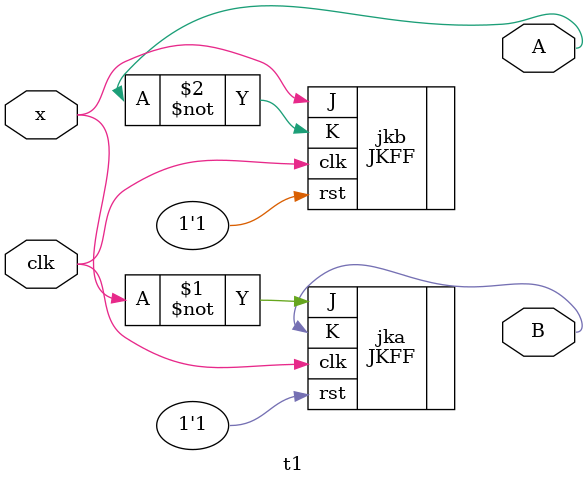
<source format=v>
`timescale 1ns / 1ps

module t1(
    input x, clk,
    output A, B
    );
    JKFF jka(.J(~x), .K(B), .clk(clk),.rst(1'b1));
    JKFF jkb(.J(x), .K(~A), .clk(clk),.rst(1'b1));
endmodule

</source>
